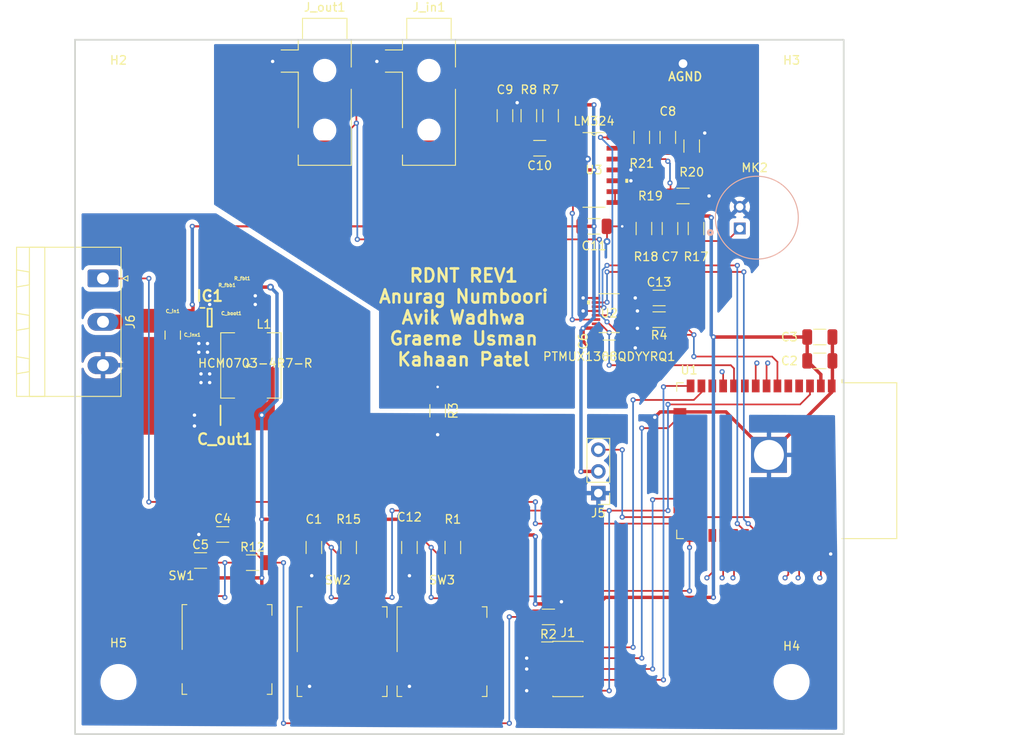
<source format=kicad_pcb>
(kicad_pcb (version 20211014) (generator pcbnew)
  (layers (0 "F.Cu" signal "Front") (31 "B.Cu" signal "Back") (34 "B.Paste" user) (35 "F.Paste" user) (36 "B.SilkS" user "B.Silkscreen") (37 "F.SilkS" user "F.Silkscreen") (38 "B.Mask" user) (39 "F.Mask" user) (44 "Edge.Cuts" user))
  (net 0 "")
  (net 1 "/reset")
  (net 2 "DGND")
  (net 3 "VCC")
  (net 4 "/mode")
  (net 5 "Net-(C5-Pad2)")
  (net 6 "AGND")
  (net 7 "5V")
  (net 8 "Net-(C7-Pad1)")
  (net 9 "Net-(C7-Pad2)")
  (net 10 "Net-(C8-Pad1)")
  (net 11 "/Mic_out")
  (net 12 "Net-(C10-Pad1)")
  (net 13 "Net-(C9-Pad2)")
  (net 14 "Net-(C10-Pad2)")
  (net 15 "/boot")
  (net 16 "Net-(C_boot1-Pad1)")
  (net 17 "Net-(C_boot1-Pad2)")
  (net 20 "Net-(IC1-Pad8)")
  (net 21 "Net-(J1-Pad2)")
  (net 22 "Net-(J1-Pad4)")
  (net 23 "Net-(J1-Pad6)")
  (net 25 "Net-(J1-Pad8)")
  (net 26 "/ADC_In")
  (net 27 "/Ble_DAC")
  (net 28 "/AUX_mono")
  (net 29 "/sel2")
  (net 30 "/sel1")
  (net 31 "/Mode_sel")
  (net 32 "/LED_out")
  (net 35 "/ADC_backup")
  (net 36 "/Mode_backup")
  (net 38 "/DAC_backup")
  (net 46 "/LED_backup")
  (net 47 "/sel2_backup")
  (net 48 "/sel1_backup")
  (net 51 "/Rx")
  (net 52 "/Tx")
  (net 53 "/Case_LED")
  (net 54 "/Case_backup")
  (net 56 "Net-(U3-Pad1)")
  (net 57 "Net-(U3-Pad8)")
  (net 58 "Net-(U2-Pad3)")
  (footprint "Resistor_SMD:R_1206_3216Metric" (layer "F.Cu") (at 136.906 27.686 -90)
    (fp_text reference "R7")
    (fp_text value "203K")
  )
  (footprint "Connector_Audio:Jack_3.5mm_CUI_SJ-3523-SMT_Horizontal" (layer "F.Cu") (at 110.49 24.892)
    (fp_text reference "J_out1")
    (fp_text value "AudioJack3")
  )
  (footprint "TPS563300_Power_Circuit:C_OUT_CAPC3225X270N" (layer "F.Cu") (at 98.298 62.7634 180)
    (fp_text reference "C_out1")
    (fp_text value "GRM32EC80J107ME20L" hide)
  )
  (footprint "TPS563300_Power_Circuit:R_FBT_RESC1508X50N" (layer "F.Cu") (at 100.838 48.514 90)
    (fp_text reference "R_fbt1")
    (fp_text value "CRCW060330K9FKEA")
  )
  (footprint "TPS563300_Power_Circuit:TPS563300DRLR" (layer "F.Cu") (at 97.028 51.3334)
    (fp_text reference "IC1")
    (fp_text value "TPS563300DRLR" hide)
  )
  (footprint "Resistor_SMD:R_1206_3216Metric" (layer "F.Cu") (at 153.924 40.894 -90)
    (fp_text reference "R17")
    (fp_text value "2200")
  )
  (footprint "Resistor_SMD:R_1206_3216Metric" (layer "F.Cu") (at 153.416 31.242 -90)
    (fp_text reference "R20")
    (fp_text value "1000")
  )
  (footprint "Resistor_SMD:R_1206_3216Metric" (layer "F.Cu") (at 152.4 37.084 180)
    (fp_text reference "R19")
    (fp_text value "100000")
  )
  (footprint "Resistor_SMD:R_1206_3216Metric" (layer "F.Cu") (at 136.652 86.36)
    (fp_text reference "R2")
    (fp_text value "10K")
  )
  (footprint "TPS563300_Power_Circuit:R_FBB_RESC1005X40N" (layer "F.Cu") (at 99.06 49.0474 -90)
    (fp_text reference "R_fbb1")
    (fp_text value "CRCW040210K0FKED")
  )
  (footprint "Resistor_SMD:R_1206_3216Metric" (layer "F.Cu") (at 113.284 78.232 -90)
    (fp_text reference "R15")
    (fp_text value "10K")
  )
  (footprint "Capacitor_SMD:C_1206_3216Metric" (layer "F.Cu") (at 95.963 79.756)
    (fp_text reference "C5")
    (fp_text value "0.1uF")
  )
  (footprint "Capacitor_SMD:C_1206_3216Metric" (layer "F.Cu") (at 150.622 30.226 90)
    (fp_text reference "C8")
    (fp_text value "0.033uF")
  )
  (footprint "TPS563300_Power_Circuit:L1_HCM0703-4R7-R" (layer "F.Cu") (at 101.854 56.9214 90)
    (fp_text reference "L1")
    (fp_text value "HCM0703-4R7-R")
  )
  (footprint "MountingHole:MountingHole_3.2mm_M3" (layer "F.Cu") (at 86.36 93.98)
    (fp_text reference "H5")
    (fp_text value "MountingHole")
  )
  (footprint "Connector_PinHeader_1.27mm:PinHeader_2x05_P1.27mm_Vertical_SMD" (layer "F.Cu") (at 138.938 92.456)
    (fp_text reference "J1")
    (fp_text value "Conn_ARM_JTAG_SWD_10")
  )
  (footprint "Button_Switch_SMD:SW_MEC_5GSH9" (layer "F.Cu") (at 99.06 90.17)
    (fp_text reference "SW1")
    (fp_text value "SW_MEC_5E")
  )
  (footprint "Resistor_SMD:R_1206_3216Metric" (layer "F.Cu") (at 123.698 62.23 -90)
    (fp_text reference "R3")
    (fp_text value "1")
  )
  (footprint "Lm324:LM324D" (layer "F.Cu") (at 141.986 34.036)
    (fp_text reference "U3")
    (fp_text value "LM324")
  )
  (footprint "Resistor_SMD:R_1206_3216Metric" (layer "F.Cu") (at 147.828 40.894 90)
    (fp_text reference "R18")
    (fp_text value "400000")
  )
  (footprint "Capacitor_SMD:C_1206_3216Metric" (layer "F.Cu") (at 98.552 76.708)
    (fp_text reference "C4")
    (fp_text value "0.1uF")
  )
  (footprint "Connector_Phoenix_MSTB:PhoenixContact_MSTBA_2,5_3-G-5,08_1x03_P5.08mm_Horizontal" (layer "F.Cu") (at 84.5495 46.736 -90)
    (fp_text reference "J6")
    (fp_text value "Screw_Terminal_01x03")
  )
  (footprint "Capacitor_SMD:C_1206_3216Metric" (layer "F.Cu") (at 135.636 31.496 180)
    (fp_text reference "C10")
    (fp_text value "10uF")
  )
  (footprint "TPS563300_Power_Circuit:C_IN_CAPC3216X180N" (layer "F.Cu") (at 92.71 53.3654 -90)
    (fp_text reference "C_in1")
    (fp_text value "GRM31CR71E106KA12L")
  )
  (footprint "TPS563300_Power_Circuit:C_Boot_CAPC1005X55N" (layer "F.Cu") (at 94.996 52.0954 -90)
    (fp_text reference "C_inx1")
    (fp_text value "GRM155R71A104KA01D")
  )
  (footprint "MountingHole:MountingHole_3.2mm_M3" (layer "F.Cu") (at 165.1 93.98)
    (fp_text reference "H4")
    (fp_text value "MountingHole")
  )
  (footprint "Button_Switch_SMD:SW_MEC_5GSH9" (layer "F.Cu") (at 112.522 90.424)
    (fp_text reference "SW2")
    (fp_text value "SW_MEC_5E")
  )
  (footprint "Resistor_SMD:R_1206_3216Metric" (layer "F.Cu") (at 149.606 51.562 180)
    (fp_text reference "R4")
    (fp_text value "500")
  )
  (footprint "Capacitor_SMD:C_1206_3216Metric" (layer "F.Cu") (at 120.396 78.232 -90)
    (fp_text reference "C12")
    (fp_text value "0.1uF")
  )
  (footprint "Capacitor_SMD:C_1206_3216Metric" (layer "F.Cu") (at 131.572 27.686 90)
    (fp_text reference "C9")
    (fp_text value "10uF")
  )
  (footprint "Resistor_SMD:R_1206_3216Metric" (layer "F.Cu") (at 134.366 27.686 90)
    (fp_text reference "R8")
    (fp_text value "100K")
  )
  (footprint "Capacitor_SMD:C_1206_3216Metric" (layer "F.Cu") (at 150.876 40.894 90)
    (fp_text reference "C7")
    (fp_text value "1uF")
  )
  (footprint "TPS563300_Power_Circuit:C_Boot_CAPC1005X55N" (layer "F.Cu") (at 99.568 51.8414)
    (fp_text reference "C_boot1")
    (fp_text value "GRM155R71A104KA01D")
  )
  (footprint "Connector_PinHeader_2.54mm:PinHeader_1x03_P2.54mm_Vertical" (layer "F.Cu") (at 142.494 71.867 180)
    (fp_text reference "J5")
    (fp_text value "Screw_Terminal_01x03")
  )
  (footprint "Capacitor_SMD:C_1206_3216Metric" (layer "F.Cu") (at 141.986 40.64)
    (fp_text reference "C11")
    (fp_text value "0.1uF")
  )
  (footprint "Capacitor_SMD:C_1206_3216Metric" (layer "F.Cu") (at 149.606 49.022)
    (fp_text reference "C13")
    (fp_text value ".01uF")
  )
  (footprint "Resistor_SMD:R_1206_3216Metric" (layer "F.Cu") (at 125.476 78.232 -90)
    (fp_text reference "R1")
    (fp_text value "10K")
  )
  (footprint "Capacitor_SMD:C_1206_3216Metric" (layer "F.Cu") (at 168.402 53.594 180)
    (fp_text reference "C3")
    (fp_text value "10uF")
  )
  (footprint "Resistor_SMD:R_1206_3216Metric" (layer "F.Cu") (at 147.574 30.226 -90)
    (fp_text reference "R21")
    (fp_text value "1500")
  )
  (footprint "Resistor_SMD:R_1206_3216Metric" (layer "F.Cu") (at 102.0465 80.01)
    (fp_text reference "R12")
    (fp_text value "100")
  )
  (footprint "Capacitor_SMD:C_1206_3216Metric" (layer "F.Cu") (at 109.22 78.232 -90)
    (fp_text reference "C1")
    (fp_text value "0.1uF")
  )
  (footprint "Capacitor_SMD:C_1206_3216Metric" (layer "F.Cu") (at 143.764 54.864 180)
    (fp_text reference "C6")
    (fp_text value ".1uF")
  )
  (footprint "Button_Switch_SMD:SW_MEC_5GSH9" (layer "F.Cu") (at 124.206 90.424)
    (fp_text reference "SW3")
    (fp_text value "SW_MEC_5E")
  )
  (footprint "Connector_Audio:Jack_3.5mm_CUI_SJ-3523-SMT_Horizontal" (layer "F.Cu") (at 122.682 24.892)
    (fp_text reference "J_in1")
    (fp_text value "AudioJack3")
  )
  (footprint "MountingHole:MountingHole_3.2mm_M3" (layer "F.Cu") (at 86.36 25.4)
    (fp_text reference "H2")
    (fp_text value "MountingHole")
  )
  (footprint "RF_Module:ESP32-WROOM-32" (layer "F.Cu") (at 161.544 68.072 -90)
    (fp_text reference "U1")
    (fp_text value "ESP32-WROOM-32D")
  )
  (footprint "TMUX1309QDYYRQ1:PTMUX1308QDYYRQ1" (layer "F.Cu") (at 143.764 50.8 180)
    (fp_text reference "U2")
    (fp_text value "PTMUX1308QDYYRQ1")
  )
  (footprint "Capacitor_SMD:C_1206_3216Metric" (layer "F.Cu") (at 168.402 56.388 180)
    (fp_text reference "C2")
    (fp_text value "0.1uF")
  )
  (footprint "MountingHole:MountingHole_3.2mm_M3" (layer "F.Cu") (at 165.1 25.4)
    (fp_text reference "H3")
    (fp_text value "MountingHole")
  )
  (footprint "electret_mic:MIC_CMA-4544PF-W" (layer "B.Cu") (at 161.036 39.624 180)
    (fp_text reference "MK2")
    (fp_text value "CMA-4544PF-W")
  )
  (gr_rect (start 81.28 18.796) (end 171.196 100.076) (layer "Edge.Cuts") (width 0.2) (fill none))
  (gr_text "AGND" (at 152.654 23.114) (layer "F.SilkS") (effects (font (size 1.016 1.016) (thickness 0.1778))))
  (gr_text "RDNT REV1\nAnurag Numboori\nAvik Wadhwa\nGraeme Usman\nKahaan Patel" (at 126.746 51.308) (layer "F.SilkS") (effects (font (size 1.524 1.524) (thickness 0.3048))))
  (segment (start 116.332 84.174) (end 118.264 84.174) (width 0.2) (layer "F.Cu") (net 1))
  (segment (start 166.0975 61.4865) (end 167.254 60.33) (width 0.2) (layer "F.Cu") (net 1))
  (segment (start 111.252 78.232) (end 112.7145 79.6945) (width 0.2) (layer "F.Cu") (net 1))
  (segment (start 150.6405 61.4865) (end 166.0975 61.4865) (width 0.2) (layer "F.Cu") (net 1))
  (segment (start 109.777 76.757) (end 109.22 76.757) (width 0.2) (layer "F.Cu") (net 1))
  (segment (start 112.7145 79.6945) (end 113.284 79.6945) (width 0.2) (layer "F.Cu") (net 1))
  (segment (start 167.254 60.33) (end 167.254 59.322) (width 0.2) (layer "F.Cu") (net 1))
  (segment (start 118.364 73.914) (end 143.764 73.914) (width 0.2) (layer "F.Cu") (net 1))
  (segment (start 116.332 84.174) (end 111.352 84.174) (width 0.2) (layer "F.Cu") (net 1))
  (segment (start 116.332 96.674) (end 116.332 84.174) (width 0.2) (layer "F.Cu") (net 1))
  (segment (start 143.764 73.914) (end 150.6405 73.914) (width 0.2) (layer "F.Cu") (net 1))
  (segment (start 118.264 84.174) (end 118.364 84.074) (width 0.2) (layer "F.Cu") (net 1))
  (segment (start 111.352 84.174) (end 111.252 84.074) (width 0.2) (layer "F.Cu") (net 1))
  (segment (start 140.888 94.996) (end 143.764 94.996) (width 0.2) (layer "F.Cu") (net 1))
  (segment (start 111.252 78.232) (end 109.777 76.757) (width 0.2) (layer "F.Cu") (net 1))
  (via (at 143.764 73.914) (size 0.6) (drill 0.3) (layers "F.Cu" "B.Cu") (net 1))
  (via (at 118.364 84.074) (size 0.6) (drill 0.3) (layers "F.Cu" "B.Cu") (net 1))
  (via (at 118.364 73.914) (size 0.6) (drill 0.3) (layers "F.Cu" "B.Cu") (net 1))
  (via (at 143.764 94.996) (size 0.6) (drill 0.3) (layers "F.Cu" "B.Cu") (net 1))
  (via (at 111.252 84.074) (size 0.6) (drill 0.3) (layers "F.Cu" "B.Cu") (net 1))
  (via (at 150.6405 61.4865) (size 0.6) (drill 0.3) (layers "F.Cu" "B.Cu") (net 1))
  (via (at 111.252 78.232) (size 0.6) (drill 0.3) (layers "F.Cu" "B.Cu") (net 1))
  (via (at 150.6405 73.914) (size 0.6) (drill 0.3) (layers "F.Cu" "B.Cu") (net 1))
  (segment (start 118.364 84.074) (end 118.364 73.914) (width 0.2) (layer "B.Cu") (net 1))
  (segment (start 150.6405 73.914) (end 150.6405 61.4865) (width 0.2) (layer "B.Cu") (net 1))
  (segment (start 143.764 94.996) (end 143.764 73.914) (width 0.2) (layer "B.Cu") (net 1))
  (segment (start 111.252 84.074) (end 111.252 78.232) (width 0.2) (layer "B.Cu") (net 1))
  (segment (start 149.098 62.992) (end 149.728 62.362) (width 0.4) (layer "F.Cu") (net 2))
  (segment (start 96.05465 52.0834) (end 96.05465 52.11265) (width 0.25) (layer "F.Cu") (net 2))
  (segment (start 120.396 81.534) (end 120.396 84.174) (width 0.4) (layer "F.Cu") (net 2))
  (segment (start 152.034 62.362) (end 157.424 62.362) (width 0.4) (layer "F.Cu") (net 2))
  (segment (start 169.794 60.052) (end 162.454 67.392) (width 0.4) (layer "F.Cu") (net 2))
  (segment (start 169.877 56.388) (end 169.877 53.594) (width 0.4) (layer "F.Cu") (net 2))
  (segment (start 169.877 56.388) (end 169.877 59.239) (width 0.4) (layer "F.Cu") (net 2))
  (segment (start 95.758 76.708) (end 97.077 76.708) (width 0.4) (layer "F.Cu") (net 2))
  (segment (start 108.966 81.534) (end 108.966 83.92) (width 0.4) (layer "F.Cu") (net 2))
  (segment (start 134.112 94.996) (end 136.988 94.996) (width 0.4) (layer "F.Cu") (net 2))
  (segment (start 123.698 65.024) (end 123.698 63.6925) (width 0.4) (layer "F.Cu") (net 2))
  (segment (start 149.728 62.362) (end 152.034 62.362) (width 0.4) (layer "F.Cu") (net 2))
  (segment (start 169.877 59.239) (end 169.794 59.322) (width 0.4) (layer "F.Cu") (net 2))
  (segment (start 169.672 78.994) (end 169.794 78.872) (width 0.4) (layer "F.Cu") (net 2))
  (segment (start 169.794 78.872) (end 169.794 76.822) (width 0.4) (layer "F.Cu") (net 2))
  (segment (start 120.396 94.488) (end 120.396 96.674) (width 0.4) (layer "F.Cu") (net 2))
  (segment (start 108.966 83.92) (end 108.712 84.174) (width 0.4) (layer "F.Cu") (net 2))
  (segment (start 120.396 81.534) (end 120.396 79.707) (width 0.4) (layer "F.Cu") (net 2))
  (segment (start 138.176 84.582) (end 138.176 86.2985) (width 0.4) (layer "F.Cu") (net 2))
  (segment (start 108.966 81.534) (end 108.966 79.961) (width 0.4) (layer "F.Cu") (net 2))
  (segment (start 169.794 59.322) (end 169.794 60.052) (width 0.4) (layer "F.Cu") (net 2))
  (segment (start 108.966 79.961) (end 109.22 79.707) (width 0.4) (layer "F.Cu") (net 2))
  (segment (start 134.112 91.186) (end 136.988 91.186) (width 0.4) (layer "F.Cu") (net 2))
  (segment (start 157.424 62.362) (end 162.454 67.392) (width 0.4) (layer "F.Cu") (net 2))
  (segment (start 96.05465 52.11265) (end 96.266 52.324) (width 0.4) (layer "F.Cu") (net 2))
  (segment (start 108.712 94.488) (end 108.712 96.674) (width 0.4) (layer "F.Cu") (net 2))
  (segment (start 134.112 92.456) (end 136.988 92.456) (width 0.4) (layer "F.Cu") (net 2))
  (segment (start 138.176 86.2985) (end 138.1145 86.36) (width 0.4) (layer "F.Cu") (net 2))
  (via (at 108.966 81.534) (size 0.8) (drill 0.4) (layers "F.Cu" "B.Cu") (net 2))
  (via (at 95.758 76.708) (size 0.8) (drill 0.4) (layers "F.Cu" "B.Cu") (net 2))
  (via (at 102.362 48.768) (size 0.8) (drill 0.4) (layers "F.Cu" "B.Cu") (net 2))
  (via (at 95.758 54.356) (size 0.8) (drill 0.4) (layers "F.Cu" "B.Cu") (net 2))
  (via (at 138.176 84.582) (size 0.8) (drill 0.4) (layers "F.Cu" "B.Cu") (net 2))
  (via (at 120.396 94.488) (size 0.8) (drill 0.4) (layers "F.Cu" "B.Cu") (net 2))
  (via (at 96.012 58.928) (size 0.8) (drill 0.4) (layers "F.Cu" "B.Cu") (net 2))
  (via (at 96.774 54.356) (size 0.8) (drill 0.4) (layers "F.Cu" "B.Cu") (net 2))
  (via (at 95.25 64.008) (size 0.8) (drill 0.4) (layers "F.Cu" "B.Cu") (net 2))
  (via (at 134.112 94.996) (size 0.8) (drill 0.4) (layers "F.Cu" "B.Cu") (net 2))
  (via (at 97.028 49.784) (size 0.8) (drill 0.4) (layers "F.Cu" "B.Cu") (net 2))
  (via (at 120.396 81.534) (size 0.8) (drill 0.4) (layers "F.Cu" "B.Cu") (net 2))
  (via (at 169.672 78.994) (size 0.8) (drill 0.4) (layers "F.Cu" "B.Cu") (net 2))
  (via (at 134.112 91.186) (size 0.8) (drill 0.4) (layers "F.Cu" "B.Cu") (net 2))
  (via (at 134.112 92.456) (size 0.8) (drill 0.4) (layers "F.Cu" "B.Cu") (net 2))
  (via (at 97.028 48.768) (size 0.8) (drill 0.4) (layers "F.Cu" "B.Cu") (net 2))
  (via (at 97.028 58.928) (size 0.8) (drill 0.4) (layers "F.Cu" "B.Cu") (net 2))
  (via (at 95.25 62.738) (size 0.8) (drill 0.4) (layers "F.Cu" "B.Cu") (net 2))
  (via (at 108.712 94.488) (size 0.8) (drill 0.4) (layers "F.Cu" "B.Cu") (net 2))
  (via (at 96.774 55.372) (size 0.8) (drill 0.4) (layers "F.Cu" "B.Cu") (net 2))
  (via (at 123.698 65.024) (size 0.8) (drill 0.4) (layers "F.Cu" "B.Cu") (net 2))
  (via (at 97.028 57.912) (size 0.8) (drill 0.4) (layers "F.Cu" "B.Cu") (net 2))
  (via (at 102.362 49.784) (size 0.8) (drill 0.4) (layers "F.Cu" "B.Cu") (net 2))
  (via (at 149.098 62.992) (size 0.8) (drill 0.4) (layers "F.Cu" "B.Cu") (net 2))
  (via (at 96.012 57.912) (size 0.8) (drill 0.4) (layers "F.Cu" "B.Cu") (net 2))
  (via (at 95.758 55.372) (size 0.8) (drill 0.4) (layers "F.Cu" "B.Cu") (net 2))
  (segment (start 168.524 59.322) (end 168.524 57.985) (width 0.4) (layer "F.Cu") (net 3))
  (segment (start 143.3175 84.074) (end 140.7775 86.614) (width 0.4) (layer "F.Cu") (net 3))
  (segment (start 100.841 47.752) (end 100.838 47.749) (width 0.4) (layer "F.Cu") (net 3))
  (segment (start 136.652 85.598) (end 136.652 87.8225) (width 0.4) (layer "F.Cu") (net 3))
  (segment (start 103.124 62.738) (end 99.6534 62.738) (width 0.4) (layer "F.Cu") (net 3))
  (segment (start 166.927 56.388) (end 166.927 53.594) (width 0.4) (layer "F.Cu") (net 3))
  (segment (start 136.988 88.1585) (end 139.233 88.1585) (width 0.4) (layer "F.Cu") (net 3))
  (segment (start 96.52 81.788) (end 94.488 79.756) (width 0.4) (layer "F.Cu") (net 3))
  (segment (start 153.924 39.4315) (end 152.4615 40.894) (width 0.4) (layer "F.Cu") (net 3))
  (segment (start 112.268 74.93) (end 123.6365 74.93) (width 0.4) (layer "F.Cu") (net 3))
  (segment (start 103.124 74.93) (end 112.268 74.93) (width 0.4) (layer "F.Cu") (net 3))
  (segment (start 168.524 57.985) (end 166.927 56.388) (width 0.4) (layer "F.Cu") (net 3))
  (segment (start 112.268 74.93) (end 113.284 75.946) (width 0.4) (layer "F.Cu") (net 3))
  (segment (start 134.9355 76.7695) (end 135.128 76.962) (width 0.4) (layer "F.Cu") (net 3))
  (segment (start 123.6365 74.93) (end 125.476 76.7695) (width 0.4) (layer "F.Cu") (net 3))
  (segment (start 104.14 47.752) (end 100.841 47.752) (width 0.4) (layer "F.Cu") (net 3))
  (segment (start 152.4615 40.894) (end 149.2905 40.894) (width 0.4) (layer "F.Cu") (net 3))
  (segment (start 103.124 60.7568) (end 101.854 59.4868) (width 0.4) (layer "F.Cu") (net 3))
  (segment (start 155.956 53.594) (end 166.927 53.594) (width 0.4) (layer "F.Cu") (net 3))
  (segment (start 103.124 81.788) (end 103.124 83.666) (width 0.4) (layer "F.Cu") (net 3))
  (segment (start 155.956 84.074) (end 143.3175 84.074) (width 0.4) (layer "F.Cu") (net 3))
  (segment (start 102.87 83.92) (end 102.87 96.42) (width 0.4) (layer "F.Cu") (net 3))
  (segment (start 135.128 84.836) (end 135.89 84.836) (width 0.4) (layer "F.Cu") (net 3))
  (segment (start 103.124 81.788) (end 96.52 81.788) (width 0.4) (layer "F.Cu") (net 3))
  (segment (start 103.124 62.738) (end 103.124 60.7568) (width 0.4) (layer "F.Cu") (net 3))
  (segment (start 149.2905 40.894) (end 147.828 42.3565) (width 0.4) (layer "F.Cu") (net 3))
  (segment (start 99.6534 62.738) (end 99.628 62.7634) (width 0.4) (layer "F.Cu") (net 3))
  (segment (start 155.5095 39.4315) (end 155.702 39.624) (width 0.4) (layer "F.Cu") (net 3))
  (segment (start 113.284 75.946) (end 113.284 76.7695) (width 0.4) (layer "F.Cu") (net 3))
  (segment (start 125.476 76.7695) (end 134.9355 76.7695) (width 0.4) (layer "F.Cu") (net 3))
  (segment (start 103.124 83.666) (end 102.87 83.92) (width 0.4) (layer "F.Cu") (net 3))
  (segment (start 136.988 88.1585) (end 136.988 89.916) (width 0.4) (layer "F.Cu") (net 3))
  (segment (start 136.652 87.8225) (end 136.988 88.1585) (width 0.4) (layer "F.Cu") (net 3))
  (segment (start 139.233 88.1585) (end 140.7775 86.614) (width 0.4) (layer "F.Cu") (net 3))
  (segment (start 135.89 84.836) (end 136.652 85.598) (width 0.4) (layer "F.Cu") (net 3))
  (segment (start 153.924 39.4315) (end 155.5095 39.4315) (width 0.4) (layer "F.Cu") (net 3))
  (via (at 103.124 74.93) (size 0.6) (drill 0.3) (layers "F.Cu" "B.Cu") (net 3))
  (via (at 103.124 62.738) (size 0.8) (drill 0.4) (layers "F.Cu" "B.Cu") (net 3))
  (via (at 104.14 47.752) (size 0.8) (drill 0.4) (layers "F.Cu" "B.Cu") (net 3))
  (via (at 135.128 76.962) (size 0.6) (drill 0.3) (layers "F.Cu" "B.Cu") (net 3))
  (via (at 135.128 84.836) (size 0.6) (drill 0.3) (layers "F.Cu" "B.Cu") (net 3))
  (via (at 155.956 53.594) (size 0.6) (drill 0.3) (layers "F.Cu" "B.Cu") (net 3))
  (via (at 155.702 39.624) (size 0.6) (drill 0.3) (layers "F.Cu" "B.Cu") (net 3))
  (via (at 103.124 81.788) (size 0.6) (drill 0.3) (layers "F.Cu" "B.Cu") (net 3))
  (via (at 155.956 84.074) (size 0.6) (drill 0.3) (layers "F.Cu" "B.Cu") (net 3))
  (segment (start 103.124 74.93) (end 103.124 81.788) (width 0.4) (layer "B.Cu") (net 3))
  (segment (start 155.956 53.594) (end 155.956 84.074) (width 0.4) (layer "B.Cu") (net 3))
  (segment (start 104.902 48.514) (end 104.14 47.752) (width 0.4) (layer "B.Cu") (net 3))
  (segment (start 104.902 60.96) (end 104.902 48.514) (width 0.4) (layer "B.Cu") (net 3))
  (segment (start 155.702 53.34) (end 155.956 53.594) (width 0.4) (layer "B.Cu") (net 3))
  (segment (start 103.124 62.738) (end 103.124 74.93) (width 0.4) (layer "B.Cu") (net 3))
  (segment (start 135.128 76.962) (end 135.128 84.836) (width 0.4) (layer "B.Cu") (net 3))
  (segment (start 103.124 62.738) (end 104.902 60.96) (width 0.4) (layer "B.Cu") (net 3))
  (segment (start 155.702 39.624) (end 155.702 53.34) (width 0.4) (layer "B.Cu") (net 3))
  (segment (start 100.207 76.708) (end 103.509 80.01) (width 0.2) (layer "F.Cu") (net 4))
  (segment (start 103.509 80.01) (end 105.664 80.01) (width 0.2) (layer "F.Cu") (net 4))
  (segment (start 132.08 86.36) (end 135.1895 86.36) (width 0.2) (layer "F.Cu") (net 4))
  (segment (start 100.027 76.708) (end 100.207 76.708) (width 0.2) (layer "F.Cu") (net 4))
  (segment (start 105.664 98.806) (end 132.08 98.806) (width 0.2) (layer "F.Cu") (net 4))
  (via (at 105.664 80.01) (size 0.6) (drill 0.3) (layers "F.Cu" "B.Cu") (net 4))
  (via (at 105.664 98.806) (size 0.6) (drill 0.3) (layers "F.Cu" "B.Cu") (net 4))
  (via (at 132.08 86.36) (size 0.6) (drill 0.3) (layers "F.Cu" "B.Cu") (net 4))
  (via (at 132.08 98.806) (size 0.6) (drill 0.3) (layers "F.Cu" "B.Cu") (net 4))
  (segment (start 132.08 98.806) (end 132.08 86.36) (width 0.2) (layer "B.Cu") (net 4))
  (segment (start 105.664 80.01) (end 105.664 98.806) (width 0.2) (layer "B.Cu") (net 4))
  (segment (start 98.652 83.92) (end 98.806 84.074) (width 0.2) (layer "F.Cu") (net 5))
  (segment (start 98.806 80.01) (end 97.692 80.01) (width 0.2) (layer "F.Cu") (net 5))
  (segment (start 98.806 80.01) (end 100.584 80.01) (width 0.2) (layer "F.Cu") (net 5))
  (segment (start 97.692 80.01) (end 97.438 79.756) (width 0.2) (layer "F.Cu") (net 5))
  (segment (start 95.25 83.92) (end 98.652 83.92) (width 0.2) (layer "F.Cu") (net 5))
  (segment (start 95.25 96.42) (end 95.25 83.92) (width 0.2) (layer "F.Cu") (net 5))
  (via (at 98.806 80.01) (size 0.6) (drill 0.3) (layers "F.Cu" "B.Cu") (net 5))
  (via (at 98.806 84.074) (size 0.6) (drill 0.3) (layers "F.Cu" "B.Cu") (net 5))
  (segment (start 98.806 84.074) (end 98.806 80.01) (width 0.2) (layer "B.Cu") (net 5))
  (segment (start 147.066 50.546) (end 146.558 51.054) (width 0.2) (layer "F.Cu") (net 6))
  (segment (start 116.586 21.336) (end 118.938 21.336) (width 0.4) (layer "F.Cu") (net 6))
  (segment (start 141.224 32.766) (end 139.5222 32.766) (width 0.2) (layer "F.Cu") (net 6))
  (segment (start 145.334609 52.578) (end 145.30705 52.550441) (width 0.2) (layer "F.Cu") (net 6))
  (segment (start 146.538315 52.050315) (end 145.30705 52.050315) (width 0.2) (layer "F.Cu") (net 6))
  (segment (start 155.448 37.084) (end 153.8625 37.084) (width 0.2) (layer "F.Cu") (net 6))
  (segment (start 140.716 49.022) (end 142.193391 49.022) (width 0.2) (layer "F.Cu") (net 6))
  (segment (start 146.304 34.036) (end 144.4498 34.036) (width 0.2) (layer "F.Cu") (net 6))
  (segment (start 154.8785 29.7795) (end 153.416 29.7795) (width 0.2) (layer "F.Cu") (net 6))
  (segment (start 154.94 29.718) (end 154.8785 29.7795) (width 0.2) (layer "F.Cu") (net 6))
  (segment (start 106.746 21.336) (end 106.79 21.292) (width 0.4) (layer "F.Cu") (net 6))
  (segment (start 146.569811 50.049811) (end 145.30705 50.049811) (width 0.2) (layer "F.Cu") (net 6))
  (segment (start 142.193391 49.022) (end 142.22095 49.049559) (width 0.2) (layer "F.Cu") (net 6))
  (segment (start 147.066 52.578) (end 145.334609 52.578) (width 0.2) (layer "F.Cu") (net 6))
  (segment (start 143.51 40.689) (end 143.461 40.64) (width 0.2) (layer "F.Cu") (net 6))
  (segment (start 147.066 50.546) (end 146.569811 50.049811) (width 0.2) (layer "F.Cu") (net 6))
  (segment (start 104.394 21.336) (end 106.746 21.336) (width 0.4) (layer "F.Cu") (net 6))
  (segment (start 146.558 51.054) (end 146.554063 51.050063) (width 0.2) (layer "F.Cu") (net 6))
  (segment (start 133.06 26.2235) (end 134.366 26.2235) (width 0.2) (layer "F.Cu") (net 6))
  (segment (start 146.304 35.306) (end 144.4498 35.306) (width 0.2) (layer "F.Cu") (net 6))
  (segment (start 147.066 52.578) (end 146.538315 52.050315) (width 0.2) (layer "F.Cu") (net 6))
  (segment (start 146.812 49.022) (end 145.334609 49.022) (width 0.2) (layer "F.Cu") (net 6))
  (segment (start 142.217013 50.546) (end 142.22095 50.549937) (width 0.2) (layer "F.Cu") (net 6))
  (segment (start 123.698 59.436) (end 123.698 60.7675) (width 0.4) (layer "F.Cu") (net 6))
  (segment (start 147.066 50.546) (end 145.310987 50.546) (width 0.2) (layer "F.Cu") (net 6))
  (segment (start 146.554063 51.050063) (end 145.30705 51.050063) (width 0.2) (layer "F.Cu") (net 6))
  (segment (start 145.334609 49.022) (end 145.30705 49.049559) (width 0.2) (layer "F.Cu") (net 6))
  (segment (start 118.938 21.336) (end 118.982 21.292) (width 0.4) (layer "F.Cu") (net 6))
  (segment (start 148.131 49.022) (end 146.812 49.022) (width 0.2) (layer "F.Cu") (net 6))
  (segment (start 145.310987 50.546) (end 145.30705 50.549937) (width 0.2) (layer "F.Cu") (net 6))
  (segment (start 146.812 54.864) (end 145.239 54.864) (width 0.4) (layer "F.Cu") (net 6))
  (segment (start 143.461 40.64) (end 145.288 40.64) (width 0.2) (layer "F.Cu") (net 6))
  (segment (start 143.51 42.418) (end 143.51 40.689) (width 0.2) (layer "F.Cu") (net 6))
  (segment (start 132.9985 26.162) (end 133.06 26.2235) (width 0.2) (layer "F.Cu") (net 6))
  (segment (start 140.716 50.546) (end 142.217013 50.546) (width 0.2) (layer "F.Cu") (net 6))
  (via (at 132.9985 26.162) (size 0.8) (drill 0.4) (layers "F.Cu" "B.Cu") (net 6))
  (via (at 146.812 49.022) (size 0.8) (drill 0.4) (layers "F.Cu" "B.Cu") (net 6))
  (via (at 140.716 49.022) (size 0.8) (drill 0.4) (layers "F.Cu" "B.Cu") (net 6))
  (via (at 154.94 29.718) (size 0.8) (drill 0.4) (layers "F.Cu" "B.Cu") (net 6))
  (via (at 155.448 37.084) (size 0.8) (drill 0.4) (layers "F.Cu" "B.Cu") (net 6))
  (via (at 123.698 59.436) (size 0.6) (drill 0.3) (layers "F.Cu" "B.Cu") (net 6))
  (via (at 143.51 42.418) (size 0.8) (drill 0.4) (layers "F.Cu" "B.Cu") (net 6))
  (via (at 140.716 50.546) (size 0.8) (drill 0.4) (layers "F.Cu" "B.Cu") (net 6))
  (via (at 147.066 52.578) (size 0.8) (drill 0.4) (layers "F.Cu" "B.Cu") (net 6))
  (via (at 152.4 21.59) (size 1.524) (drill 1.016) (layers "F.Cu" "B.Cu") (net 6))
  (via (at 145.288 40.64) (size 0.6) (drill 0.3) (layers "F.Cu" "B.Cu") (net 6))
  (via (at 141.224 32.766) (size 0.8) (drill 0.4) (layers "F.Cu" "B.Cu") (net 6))
  (via (at 147.066 50.546) (size 0.8) (drill 0.4) (layers "F.Cu" "B.Cu") (net 6))
  (via (at 146.304 35.306) (size 0.8) (drill 0.4) (layers "F.Cu" "B.Cu") (net 6))
  (via (at 104.394 21.336) (size 0.8) (drill 0.4) (layers "F.Cu" "B.Cu") (net 6))
  (via (at 146.812 54.864) (size 0.8) (drill 0.4) (layers "F.Cu" "B.Cu") (net 6))
  (via (at 146.304 34.036) (size 0.8) (drill 0.4) (layers "F.Cu" "B.Cu") (net 6))
  (via (at 116.586 21.336) (size 0.8) (drill 0.4) (layers "F.Cu" "B.Cu") (net 6))
  (segment (start 94.996 51.6634) (end 92.982 51.6634) (width 0.25) (layer "F.Cu") (net 7))
  (segment (start 84.5495 51.816) (end 92.5906 51.816) (width 1.6764) (layer "F.Cu") (net 7))
  (segment (start 92.982 51.6634) (end 92.71 51.9354) (width 0.25) (layer "F.Cu") (net 7))
  (segment (start 95.076 51.5834) (end 95.076 49.864) (width 0.4) (layer "F.Cu") (net 7))
  (segment (start 137.0985 26.416) (end 136.906 26.2235) (width 0.4) (layer "F.Cu") (net 7))
  (segment (start 142.289 54.864) (end 141.478 54.864) (width 0.4) (layer "F.Cu") (net 7))
  (segment (start 94.996 40.64) (end 140.511 40.64) (width 0.25) (layer "F.Cu") (net 7))
  (segment (start 95.0752 51.5842) (end 94.996 51.6634) (width 0.25) (layer "F.Cu") (net 7))
  (segment (start 140.716 54.102) (end 140.716 52.578) (width 0.4) (layer "F.Cu") (net 7))
  (segment (start 95.076 49.864) (end 94.996 49.784) (width 0.4) (layer "F.Cu") (net 7))
  (segment (start 142.494 69.327) (end 140.477 69.327) (width 0.4) (layer "F.Cu") (net 7))
  (segment (start 96.05465 51.5842) (end 95.0752 51.5842) (width 0.25) (layer "F.Cu") (net 7))
  (segment (start 96.05465 51.0802) (end 95.5792 51.0802) (width 0.2) (layer "F.Cu") (net 7))
  (segment (start 142.22095 52.550441) (end 140.743559 52.550441) (width 0.4) (layer "F.Cu") (net 7))
  (segment (start 92.5906 51.816) (end 92.71 51.9354) (width 1.6764) (layer "F.Cu") (net 7))
  (segment (start 140.743559 52.550441) (end 140.716 52.578) (width 0.4) (layer "F.Cu") (net 7))
  (segment (start 140.477 69.327) (end 140.462 69.342) (width 0.4) (layer "F.Cu") (net 7))
  (segment (start 140.511 40.64) (end 141.986 40.64) (width 0.4) (layer "F.Cu") (net 7))
  (segment (start 95.5792 51.0802) (end 95.076 51.5834) (width 0.2) (layer "F.Cu") (net 7))
  (segment (start 141.986 26.416) (end 137.0985 26.416) (width 0.4) (layer "F.Cu") (net 7))
  (segment (start 83.581 51.816) (end 84.5495 51.816) (width 1.6764) (layer "F.Cu") (net 7))
  (segment (start 95.076 51.5834) (end 94.996 51.6634) (width 0.25) (layer "F.Cu") (net 7))
  (segment (start 141.986 34.036) (end 139.5222 34.036) (width 0.4) (layer "F.Cu") (net 7))
  (segment (start 141.478 54.864) (end 140.716 54.102) (width 0.4) (layer "F.Cu") (net 7))
  (via (at 94.996 49.784) (size 0.6) (drill 0.3) (layers "F.Cu" "B.Cu") (net 7))
  (via (at 141.986 40.64) (size 0.6) (drill 0.3) (layers "F.Cu" "B.Cu") (net 7))
  (via (at 141.986 34.036) (size 0.6) (drill 0.3) (layers "F.Cu" "B.Cu") (net 7))
  (via (at 141.986 26.416) (size 0.6) (drill 0.3) (layers "F.Cu" "B.Cu") (net 7))
  (via (at 140.462 69.342) (size 0.6) (drill 0.3) (layers "F.Cu" "B.Cu") (net 7))
  (via (at 94.996 40.64) (size 0.6) (drill 0.3) (layers "F.Cu" "B.Cu") (net 7))
  (via (at 140.716 52.578) (size 0.6) (drill 0.3) (layers "F.Cu" "B.Cu") (net 7))
  (segment (start 141.986 40.64) (end 141.986 34.036) (width 0.4) (layer "B.Cu") (net 7))
  (segment (start 141.951 34.001) (end 141.951 26.451) (width 0.4) (layer "B.Cu") (net 7))
  (segment (start 141.951 26.451) (end 141.986 26.416) (width 0.4) (layer "B.Cu") (net 7))
  (segment (start 140.716 52.578) (end 141.986 51.308) (width 0.4) (layer "B.Cu") (net 7))
  (segment (start 140.462 52.832) (end 140.716 52.578) (width 0.4) (layer "B.Cu") (net 7))
  (segment (start 140.462 69.342) (end 140.462 52.832) (width 0.4) (layer "B.Cu") (net 7))
  (segment (start 94.996 49.784) (end 94.996 40.64) (width 0.4) (layer "B.Cu") (net 7))
  (segment (start 141.986 34.036) (end 141.951 34.001) (width 0.4) (layer "B.Cu") (net 7))
  (segment (start 141.986 51.308) (end 141.986 40.64) (width 0.4) (layer "B.Cu") (net 7))
  (segment (start 159.004 40.894) (end 159.036 40.894) (width 0.2) (layer "F.Cu") (net 8))
  (segment (start 150.876 42.369) (end 153.9115 42.369) (width 0.2) (layer "F.Cu") (net 8))
  (segment (start 153.924 42.3565) (end 157.5415 42.3565) (width 0.2) (layer "F.Cu") (net 8))
  (segment (start 157.5415 42.3565) (end 159.004 40.894) (width 0.2) (layer "F.Cu") (net 8))
  (segment (start 153.9115 42.369) (end 153.924 42.3565) (width 0.2) (layer "F.Cu") (net 8))
  (segment (start 150.9375 37.084) (end 150.9375 35.6215) (width 0.2) (layer "F.Cu") (net 9))
  (segment (start 150.8635 39.4315) (end 150.876 39.419) (width 0.2) (layer "F.Cu") (net 9))
  (segment (start 150.622 33.02) (end 150.368 32.766) (width 0.2) (layer "F.Cu") (net 9))
  (segment (start 150.368 32.766) (end 144.4498 32.766) (width 0.2) (layer "F.Cu") (net 9))
  (segment (start 150.9375 35.6215) (end 150.876 35.56) (width 0.2) (layer "F.Cu") (net 9))
  (segment (start 150.876 37.1455) (end 150.9375 37.084) (width 0.2) (layer "F.Cu") (net 9))
  (segment (start 147.828 39.4315) (end 150.8635 39.4315) (width 0.2) (layer "F.Cu") (net 9))
  (segment (start 150.876 39.419) (end 150.876 37.1455) (width 0.2) (layer "F.Cu") (net 9))
  (via (at 150.622 33.02) (size 0.6) (drill 0.3) (layers "F.Cu" "B.Cu") (net 9))
  (via (at 150.876 35.56) (size 0.6) (drill 0.3) (layers "F.Cu" "B.Cu") (net 9))
  (segment (start 150.876 35.56) (end 150.876 33.274) (width 0.2) (layer "B.Cu") (net 9))
  (segment (start 150.876 33.274) (end 150.622 33.02) (width 0.2) (layer "B.Cu") (net 9))
  (segment (start 147.574 31.6885) (end 147.3815 31.496) (width 0.2) (layer "F.Cu") (net 10))
  (segment (start 147.5865 31.701) (end 147.574 31.6885) (width 0.2) (layer "F.Cu") (net 10))
  (segment (start 150.622 31.701) (end 151.6255 32.7045) (width 0.2) (layer "F.Cu") (net 10))
  (segment (start 147.3815 31.496) (end 144.4498 31.496) (width 0.2) (layer "F.Cu") (net 10))
  (segment (start 151.6255 32.7045) (end 153.416 32.7045) (width 0.2) (layer "F.Cu") (net 10))
  (segment (start 150.622 31.701) (end 147.5865 31.701) (width 0.2) (layer "F.Cu") (net 10))
  (segment (start 147.3815 28.956) (end 147.574 28.7635) (width 0.2) (layer "F.Cu") (net 11))
  (segment (start 144.4498 30.226) (end 145.7198 28.956) (width 0.2) (layer "F.Cu") (net 11))
  (segment (start 150.6095 28.7635) (end 150.622 28.751) (width 0.2) (layer "F.Cu") (net 11))
  (segment (start 143.790374 51.023689) (end 143.764 51.050063) (width 0.2) (layer "F.Cu") (net 11))
  (segment (start 143.764 51.050063) (end 142.22095 51.050063) (width 0.2) (layer "F.Cu") (net 11))
  (segment (start 142.748 30.226) (end 144.4498 30.226) (width 0.2) (layer "F.Cu") (net 11))
  (segment (start 147.574 28.7635) (end 150.6095 28.7635) (width 0.2) (layer "F.Cu") (net 11))
  (segment (start 145.7198 28.956) (end 147.3815 28.956) (width 0.2) (layer "F.Cu") (net 11))
  (via (at 143.790374 51.023689) (size 0.6) (drill 0.3) (layers "F.Cu" "B.Cu") (net 11))
  (via (at 142.748 30.226) (size 0.6) (drill 0.3) (layers "F.Cu" "B.Cu") (net 11))
  (segment (start 144.137 31.615) (end 144.137 50.677063) (width 0.2) (layer "B.Cu") (net 11))
  (segment (start 144.137 50.677063) (end 143.790374 51.023689) (width 0.2) (layer "B.Cu") (net 11))
  (segment (start 142.748 30.226) (end 144.137 31.615) (width 0.2) (layer "B.Cu") (net 11))
  (segment (start 137.111 31.496) (end 137.111 29.3535) (width 0.2) (layer "F.Cu") (net 12))
  (segment (start 137.111 29.3535) (end 136.906 29.1485) (width 0.2) (layer "F.Cu") (net 12))
  (segment (start 139.5222 35.306) (end 138.811 35.306) (width 0.2) (layer "F.Cu") (net 12))
  (segment (start 137.111 33.606) (end 137.111 31.496) (width 0.2) (layer "F.Cu") (net 12))
  (segment (start 138.811 35.306) (end 137.111 33.606) (width 0.2) (layer "F.Cu") (net 12))
  (segment (start 134.366 29.1485) (end 131.5845 29.1485) (width 0.2) (layer "F.Cu") (net 12))
  (segment (start 136.906 29.1485) (end 134.366 29.1485) (width 0.2) (layer "F.Cu") (net 12))
  (segment (start 131.5845 29.1485) (end 131.572 29.161) (width 0.2) (layer "F.Cu") (net 12))
  (segment (start 131.572 26.211) (end 128.653 23.292) (width 0.2) (layer "F.Cu") (net 13))
  (segment (start 128.653 23.292) (end 126.382 23.292) (width 0.2) (layer "F.Cu") (net 13))
  (segment (start 133.357 30.692) (end 134.161 31.496) (width 0.2) (layer "F.Cu") (net 14))
  (segment (start 118.982 30.692) (end 133.357 30.692) (width 0.2) (layer "F.Cu") (net 14))
  (segment (start 153.162 76.944) (end 153.284 76.822) (width 0.2) (layer "F.Cu") (net 15))
  (segment (start 128.016 96.674) (end 128.016 84.174) (width 0.2) (layer "F.Cu") (net 15))
  (segment (start 143.002 83.312) (end 153.162 83.312) (width 0.2) (layer "F.Cu") (net 15))
  (segment (start 122.936 78.232) (end 121.461 76.757) (width 0.2) (layer "F.Cu") (net 15))
  (segment (start 121.461 76.757) (end 120.396 76.757) (width 0.2) (layer "F.Cu") (net 15))
  (segment (start 124.3985 79.6945) (end 125.476 79.6945) (width 0.2) (layer "F.Cu") (net 15))
  (segment (start 122.936 78.232) (end 124.3985 79.6945) (width 0.2) (layer "F.Cu") (net 15))
  (segment (start 142.359 83.955) (end 143.002 83.312) (width 0.2) (layer "F.Cu") (net 15))
  (segment (start 153.162 78.232) (end 153.162 76.944) (width 0.2) (layer "F.Cu") (net 15))
  (segment (start 128.235 83.955) (end 142.359 83.955) (width 0.2) (layer "F.Cu") (net 15))
  (segment (start 128.016 84.174) (end 123.036 84.174) (width 0.2) (layer "F.Cu") (net 15))
  (segment (start 128.016 84.174) (end 128.235 83.955) (width 0.2) (layer "F.Cu") (net 15))
  (segment (start 123.036 84.174) (end 122.936 84.074) (width 0.2) (layer "F.Cu") (net 15))
  (via (at 122.936 78.232) (size 0.6) (drill 0.3) (layers "F.Cu" "B.Cu") (net 15))
  (via (at 122.936 84.074) (size 0.6) (drill 0.3) (layers "F.Cu" "B.Cu") (net 15))
  (via (at 153.162 83.312) (size 0.6) (drill 0.3) (layers "F.Cu" "B.Cu") (net 15))
  (via (at 153.162 78.232) (size 0.6) (drill 0.3) (layers "F.Cu" "B.Cu") (net 15))
  (segment (start 153.162 83.312) (end 153.162 78.232) (width 0.2) (layer "B.Cu") (net 15))
  (segment (start 122.936 84.074) (end 122.936 78.232) (width 0.2) (layer "B.Cu") (net 15))
  (segment (start 97.98865 51.5842) (end 98.8788 51.5842) (width 0.2) (layer "F.Cu") (net 16))
  (segment (start 98.8788 51.5842) (end 99.136 51.8414) (width 0.2) (layer "F.Cu") (net 16))
  (segment (start 101.854 54.356) (end 100 52.502) (width 0.2) (layer "F.Cu") (net 17))
  (segment (start 100 52.502) (end 100 51.8414) (width 0.2) (layer "F.Cu") (net 17))
  (segment (start 98.298 52.39755) (end 98.298 52.578) (width 0.4) (layer "F.Cu") (net 17))
  (segment (start 100.25645 54.356) (end 101.854 54.356) (width 0.2) (layer "F.Cu") (net 17))
  (segment (start 97.98865 52.0882) (end 98.298 52.39755) (width 0.4) (layer "F.Cu") (net 17))
  (segment (start 98.298 52.578) (end 98.298 52.832) (width 0.4) (layer "F.Cu") (net 17))
  (segment (start 97.98865 52.0882) (end 100.25645 54.356) (width 0.2) (layer "F.Cu") (net 17))
  (segment (start 98.00135 50.5834) (end 98.00135 50.55105) (width 0.2) (layer "F.Cu") (net 20))
  (segment (start 100.6246 49.4924) (end 100.838 49.279) (width 0.2) (layer "F.Cu") (net 20))
  (segment (start 98.00135 50.55105) (end 99.06 49.4924) (width 0.2) (layer "F.Cu") (net 20))
  (segment (start 99.06 49.4924) (end 100.6246 49.4924) (width 0.2) (layer "F.Cu") (net 20))
  (segment (start 153.67 60.96) (end 154.554 60.076) (width 0.2) (layer "F.Cu") (net 21))
  (segment (start 154.554 60.076) (end 154.554 59.322) (width 0.2) (layer "F.Cu") (net 21))
  (segment (start 146.558 60.96) (end 153.67 60.96) (width 0.2) (layer "F.Cu") (net 21))
  (segment (start 140.888 89.916) (end 146.558 89.916) (width 0.2) (layer "F.Cu") (net 21))
  (via (at 146.558 60.96) (size 0.6) (drill 0.3) (layers "F.Cu" "B.Cu") (net 21))
  (via (at 146.558 89.916) (size 0.6) (drill 0.3) (layers "F.Cu" "B.Cu") (net 21))
  (segment (start 146.558 89.916) (end 146.558 60.96) (width 0.2) (layer "B.Cu") (net 21))
  (segment (start 140.888 91.186) (end 147.574 91.186) (width 0.2) (layer "F.Cu") (net 22))
  (segment (start 150.622 64.262) (end 147.574 64.262) (width 0.2) (layer "F.Cu") (net 22))
  (segment (start 151.252 63.632) (end 150.622 64.262) (width 0.2) (layer "F.Cu") (net 22))
  (segment (start 152.034 63.632) (end 151.252 63.632) (width 0.2) (layer "F.Cu") (net 22))
  (via (at 147.574 91.186) (size 0.6) (drill 0.3) (layers "F.Cu" "B.Cu") (net 22))
  (via (at 147.574 64.262) (size 0.6) (drill 0.3) (layers "F.Cu" "B.Cu") (net 22))
  (segment (start 147.574 91.186) (end 147.574 64.262) (width 0.2) (layer "B.Cu") (net 22))
  (segment (start 148.966 72.522) (end 152.034 72.522) (width 0.2) (layer "F.Cu") (net 23))
  (segment (start 148.844 72.644) (end 148.966 72.522) (width 0.2) (layer "F.Cu") (net 23))
  (segment (start 140.888 92.456) (end 148.844 92.456) (width 0.2) (layer "F.Cu") (net 23))
  (via (at 148.844 72.644) (size 0.6) (drill 0.3) (layers "F.Cu" "B.Cu") (net 23))
  (via (at 148.844 92.456) (size 0.6) (drill 0.3) (layers "F.Cu" "B.Cu") (net 23))
  (segment (start 148.844 92.456) (end 148.844 72.644) (width 0.2) (layer "B.Cu") (net 23))
  (segment (start 150.228 59.322) (end 153.284 59.322) (width 0.2) (layer "F.Cu") (net 25))
  (segment (start 150.114 59.436) (end 150.228 59.322) (width 0.2) (layer "F.Cu") (net 25))
  (segment (start 140.888 93.726) (end 150.114 93.726) (width 0.2) (layer "F.Cu") (net 25))
  (via (at 150.114 93.726) (size 0.6) (drill 0.3) (layers "F.Cu" "B.Cu") (net 25))
  (via (at 150.114 59.436) (size 0.6) (drill 0.3) (layers "F.Cu" "B.Cu") (net 25))
  (segment (start 150.114 93.726) (end 150.114 59.436) (width 0.2) (layer "B.Cu") (net 25))
  (segment (start 151.0685 51.562) (end 151.0685 49.0345) (width 0.2) (layer "F.Cu") (net 26))
  (segment (start 145.034 53.34) (end 153.67 53.34) (width 0.2) (layer "F.Cu") (net 26))
  (segment (start 162.814 55.88) (end 163.444 56.51) (width 0.2) (layer "F.Cu") (net 26))
  (segment (start 112.056 30.692) (end 114.19 28.558) (width 0.2) (layer "F.Cu") (net 26))
  (segment (start 153.67 55.88) (end 162.814 55.88) (width 0.2) (layer "F.Cu") (net 26))
  (segment (start 106.79 30.692) (end 112.056 30.692) (width 0.2) (layer "F.Cu") (net 26))
  (segment (start 143.51 51.816) (end 145.034 53.34) (width 0.2) (layer "F.Cu") (net 26))
  (segment (start 151.0685 49.0345) (end 151.081 49.022) (width 0.2) (layer "F.Cu") (net 26))
  (segment (start 153.67 53.34) (end 151.892 51.562) (width 0.2) (layer "F.Cu") (net 26))
  (segment (start 163.444 56.51) (end 163.444 59.322) (width 0.2) (layer "F.Cu") (net 26))
  (segment (start 151.892 51.562) (end 151.0685 51.562) (width 0.2) (layer "F.Cu") (net 26))
  (segment (start 114.3 42.164) (end 142.6125 42.164) (width 0.2) (layer "F.Cu") (net 26))
  (segment (start 114.19 28.558) (end 114.19 23.292) (width 0.2) (layer "F.Cu") (net 26))
  (via (at 153.67 55.88) (size 0.6) (drill 0.3) (layers "F.Cu" "B.Cu") (net 26))
  (via (at 114.3 42.164) (size 0.6) (drill 0.3) (layers "F.Cu" "B.Cu") (net 26))
  (via (at 143.51 51.816) (size 0.6) (drill 0.3) (layers "F.Cu" "B.Cu") (net 26))
  (via (at 142.6125 42.164) (size 0.6) (drill 0.3) (layers "F.Cu" "B.Cu") (net 26))
  (via (at 153.67 53.34) (size 0.6) (drill 0.3) (layers "F.Cu" "B.Cu") (net 26))
  (via (at 114.19 28.558) (size 0.6) (drill 0.3) (layers "F.Cu" "B.Cu") (net 26))
  (segment (start 153.67 53.34) (end 153.67 55.88) (width 0.2) (layer "B.Cu") (net 26))
  (segment (start 142.6125 50.9185) (end 142.6125 42.164) (width 0.2) (layer "B.Cu") (net 26))
  (segment (start 143.51 51.816) (end 142.6125 50.9185) (width 0.2) (layer "B.Cu") (net 26))
  (segment (start 114.3 42.164) (end 114.3 28.668) (width 0.2) (layer "B.Cu") (net 26))
  (segment (start 114.3 28.668) (end 114.19 28.558) (width 0.2) (layer "B.Cu") (net 26))
  (segment (start 142.728315 52.050315) (end 142.22095 52.050315) (width 0.2) (layer "F.Cu") (net 27))
  (segment (start 158.242 57.15) (end 157.988 56.896) (width 0.2) (layer "F.Cu") (net 27))
  (segment (start 157.988 56.896) (end 143.764 56.896) (width 0.2) (layer "F.Cu") (net 27))
  (segment (start 158.364 59.322) (end 158.364 57.272) (width 0.2) (layer "F.Cu") (net 27))
  (segment (start 158.364 57.272) (end 158.242 57.15) (width 0.2) (layer "F.Cu") (net 27))
  (segment (start 143.764 53.086) (end 142.728315 52.050315) (width 0.2) (layer "F.Cu") (net 27))
  (via (at 143.764 53.086) (size 0.6) (drill 0.3) (layers "F.Cu" "B.Cu") (net 27))
  (via (at 143.764 56.896) (size 0.6) (drill 0.3) (layers "F.Cu" "B.Cu") (net 27))
  (segment (start 143.764 56.896) (end 143.764 53.086) (width 0.2) (layer "B.Cu") (net 27))
  (segment (start 139.446 51.562) (end 139.457811 51.550189) (width 0.2) (layer "F.Cu") (net 28))
  (segment (start 139.5222 36.576) (end 139.5222 37.846) (width 0.2) (layer "F.Cu") (net 28))
  (segment (start 139.5222 37.846) (end 139.5222 39.0398) (width 0.2) (layer "F.Cu") (net 28))
  (segment (start 139.457811 51.550189) (end 142.22095 51.550189) (width 0.2) (layer "F.Cu") (net 28))
  (segment (start 139.5222 39.0398) (end 139.446 39.116) (width 0.2) (layer "F.Cu") (net 28))
  (via (at 139.446 39.116) (size 0.6) (drill 0.3) (layers "F.Cu" "B.Cu") (net 28))
  (via (at 139.446 51.562) (size 0.6) (drill 0.3) (layers "F.Cu" "B.Cu") (net 28))
  (segment (start 139.446 39.116) (end 139.446 51.562) (width 0.2) (layer "B.Cu") (net 28))
  (segment (start 160.02 75.438) (end 160.904 76.322) (width 0.2) (layer "F.Cu") (net 29))
  (segment (start 143.51 45.974) (end 159.512 45.974) (width 0.2) (layer "F.Cu") (net 29))
  (segment (start 143.490315 49.549685) (end 143.51 49.53) (width 0.2) (layer "F.Cu") (net 29))
  (segment (start 142.22095 49.549685) (end 143.490315 49.549685) (width 0.2) (layer "F.Cu") (net 29))
  (segment (start 160.904 76.322) (end 160.904 76.822) (width 0.2) (layer "F.Cu") (net 29))
  (via (at 160.02 75.438) (size 0.6) (drill 0.3) (layers "F.Cu" "B.Cu") (net 29))
  (via (at 143.51 45.974) (size 0.6) (drill 0.3) (layers "F.Cu" "B.Cu") (net 29))
  (via (at 159.512 45.974) (size 0.6) (drill 0.3) (layers "F.Cu" "B.Cu") (net 29))
  (via (at 143.51 49.53) (size 0.6) (drill 0.3) (layers "F.Cu" "B.Cu") (net 29))
  (segment (start 143.51 49.53) (end 143.51 45.974) (width 0.2) (layer "B.Cu") (net 29))
  (segment (start 159.512 45.974) (end 159.512 74.93) (width 0.2) (layer "B.Cu") (net 29))
  (segment (start 159.512 74.93) (end 160.02 75.438) (width 0.2) (layer "B.Cu") (net 29))
  (segment (start 158.75 45.212) (end 143.51 45.212) (width 0.2) (layer "F.Cu") (net 30))
  (segment (start 142.22095 50.049811) (end 143.034181 50.049811) (width 0.2) (layer "F.Cu") (net 30))
  (segment (start 159.634 76.322) (end 159.634 76.822) (width 0.2) (layer "F.Cu") (net 30))
  (segment (start 158.75 75.438) (end 159.634 76.322) (width 0.2) (layer "F.Cu") (net 30))
  (segment (start 143.034181 50.049811) (end 143.139 50.15463) (width 0.2) (layer "F.Cu") (net 30))
  (via (at 143.51 45.212) (size 0.6) (drill 0.3) (layers "F.Cu" "B.Cu") (net 30))
  (via (at 143.139 50.15463) (size 0.6) (drill 0.3) (layers "F.Cu" "B.Cu") (net 30))
  (via (at 158.75 75.438) (size 0.6) (drill 0.3) (layers "F.Cu" "B.Cu") (net 30))
  (via (at 158.75 45.212) (size 0.6) (drill 0.3) (layers "F.Cu" "B.Cu") (net 30))
  (segment (start 142.983 45.739) (end 143.51 45.212) (width 0.2) (layer "B.Cu") (net 30))
  (segment (start 143.139 50.15463) (end 142.983 49.99863) (width 0.2) (layer "B.Cu") (net 30))
  (segment (start 158.75 45.212) (end 158.75 75.438) (width 0.2) (layer "B.Cu") (net 30))
  (segment (start 142.983 49.99863) (end 142.983 45.739) (width 0.2) (layer "B.Cu") (net 30))
  (segment (start 152.4 75.438) (end 135.128 75.438) (width 0.2) (layer "F.Cu") (net 32))
  (segment (start 154.554 76.522) (end 153.47 75.438) (width 0.2) (layer "F.Cu") (net 32))
  (segment (start 153.47 75.438) (end 152.4 75.438) (width 0.2) (layer "F.Cu") (net 32))
  (segment (start 135.128 72.898) (end 89.916 72.898) (width 0.2) (layer "F.Cu") (net 32))
  (segment (start 89.916 46.736) (end 84.5495 46.736) (width 0.2) (layer "F.Cu") (net 32))
  (segment (start 154.554 76.822) (end 154.554 76.522) (width 0.2) (layer "F.Cu") (net 32))
  (via (at 89.916 72.898) (size 0.6) (drill 0.3) (layers "F.Cu" "B.Cu") (net 32))
  (via (at 135.128 75.438) (size 0.6) (drill 0.3) (layers "F.Cu" "B.Cu") (net 32))
  (via (at 135.128 72.898) (size 0.6) (drill 0.3) (layers "F.Cu" "B.Cu") (net 32))
  (via (at 89.916 46.736) (size 0.6) (drill 0.3) (layers "F.Cu" "B.Cu") (net 32))
  (segment (start 135.128 75.438) (end 135.128 72.898) (width 0.2) (layer "B.Cu") (net 32))
  (segment (start 89.916 46.736) (end 89.916 72.898) (width 0.2) (layer "B.Cu") (net 32))
  (segment (start 162.306 56.642) (end 162.174 56.774) (width 0.2) (layer "F.Cu") (net 35))
  (segment (start 162.174 56.774) (end 162.174 59.322) (width 0.2) (layer "F.Cu") (net 35))
  (via (at 162.306 56.642) (size 0.6) (drill 0.3) (layers "F.Cu" "B.Cu") (net 35))
  (segment (start 161.036 56.642) (end 160.904 56.774) (width 0.2) (layer "F.Cu") (net 36))
  (segment (start 160.904 56.774) (end 160.904 59.322) (width 0.2) (layer "F.Cu") (net 36))
  (via (at 161.036 56.642) (size 0.6) (drill 0.3) (layers "F.Cu" "B.Cu") (net 36))
  (segment (start 157.094 57.78) (end 157.094 59.322) (width 0.2) (layer "F.Cu") (net 38))
  (segment (start 156.972 57.658) (end 157.094 57.78) (width 0.2) (layer "F.Cu") (net 38))
  (via (at 156.972 57.658) (size 0.6) (drill 0.3) (layers "F.Cu" "B.Cu") (net 38))
  (segment (start 155.824 81.158) (end 155.824 76.822) (width 0.2) (layer "F.Cu") (net 46))
  (segment (start 155.194 81.788) (end 155.824 81.158) (width 0.2) (layer "F.Cu") (net 46))
  (via (at 155.194 81.788) (size 0.6) (drill 0.3) (layers "F.Cu" "B.Cu") (net 46))
  (segment (start 156.972 81.788) (end 157.094 81.666) (width 0.2) (layer "F.Cu") (net 47))
  (segment (start 157.094 81.666) (end 157.094 76.822) (width 0.2) (layer "F.Cu") (net 47))
  (via (at 156.972 81.788) (size 0.6) (drill 0.3) (layers "F.Cu" "B.Cu") (net 47))
  (segment (start 158.242 81.788) (end 158.364 81.666) (width 0.2) (layer "F.Cu") (net 48))
  (segment (start 158.364 81.666) (end 158.364 76.822) (width 0.2) (layer "F.Cu") (net 48))
  (via (at 158.242 81.788) (size 0.6) (drill 0.3) (layers "F.Cu" "B.Cu") (net 48))
  (segment (start 164.338 81.788) (end 164.714 81.412) (width 0.2) (layer "F.Cu") (net 51))
  (segment (start 164.714 81.412) (end 164.714 76.822) (width 0.2) (layer "F.Cu") (net 51))
  (via (at 164.338 81.788) (size 0.6) (drill 0.3) (layers "F.Cu" "B.Cu") (net 51))
  (segment (start 165.862 81.788) (end 165.984 81.666) (width 0.2) (layer "F.Cu") (net 52))
  (segment (start 165.984 81.666) (end 165.984 76.822) (width 0.2) (layer "F.Cu") (net 52))
  (via (at 165.862 81.788) (size 0.6) (drill 0.3) (layers "F.Cu" "B.Cu") (net 52))
  (segment (start 145.273 66.787) (end 142.494 66.787) (width 0.2) (layer "F.Cu") (net 53))
  (segment (start 165.408 74.676) (end 145.288 74.676) (width 0.2) (layer "F.Cu") (net 53))
  (segment (start 145.288 66.802) (end 145.273 66.787) (width 0.2) (layer "F.Cu") (net 53))
  (segment (start 167.254 76.522) (end 165.408 74.676) (width 0.2) (layer "F.Cu") (net 53))
  (segment (start 167.254 76.822) (end 167.254 76.522) (width 0.2) (layer "F.Cu") (net 53))
  (via (at 145.288 74.676) (size 0.6) (drill 0.3) (layers "F.Cu" "B.Cu") (net 53))
  (via (at 145.288 66.802) (size 0.6) (drill 0.3) (layers "F.Cu" "B.Cu") (net 53))
  (segment (start 145.288 74.676) (end 145.288 66.802) (width 0.2) (layer "B.Cu") (net 53))
  (segment (start 168.524 81.666) (end 168.524 76.822) (width 0.2) (layer "F.Cu") (net 54))
  (segment (start 168.402 81.788) (end 168.524 81.666) (width 0.2) (layer "F.Cu") (net 54))
  (via (at 168.402 81.788) (size 0.6) (drill 0.3) (layers "F.Cu" "B.Cu") (net 54))
  (segment (start 139.5222 30.226) (end 139.5222 31.496) (width 0.2) (layer "F.Cu") (net 56))
  (segment (start 144.4498 36.576) (end 144.4498 37.846) (width 0.2) (layer "F.Cu") (net 57))
  (segment (start 148.1435 51.562) (end 148.131689 51.550189) (width 0.2) (layer "F.Cu") (net 58))
  (segment (start 148.131689 51.550189) (end 145.30705 51.550189) (width 0.2) (layer "F.Cu") (net 58))
  (zone (net 17) (net_name "Net-(C_boot1-Pad2)") (layer "F.Cu") (priority 2) (connect_pads (clearance 0.508)) (min_thickness 0.254) (fill yes (thermal_gap 0.508) (thermal_bridge_width 0.508))
    (polygon (pts (xy 98.552 52.578) (xy 104.14 52.578) (xy 104.14 56.642) (xy 97.536 56.642) (xy 97.536 51.816) (xy 98.552 51.816)))
  )
  (zone (net 7) (net_name "5V") (layer "F.Cu") (name "Vin") (connect_pads (clearance 0.508)) (min_thickness 0.254) (fill yes (thermal_gap 0.508) (thermal_bridge_width 0.508))
    (polygon (pts (xy 96.52 51.7398) (xy 95.504 51.7398) (xy 95.504 52.0192) (xy 94.234 52.0192) (xy 94.234 53.1114) (xy 82.042 53.1114) (xy 82.042 50.292) (xy 96.52 50.3174)))
  )
  (zone (net 2) (net_name "DGND") (layer "F.Cu") (name "Gnd2") (priority 1) (connect_pads (clearance 0.508)) (min_thickness 0.254) (fill yes (thermal_gap 0.508) (thermal_bridge_width 0.508))
    (polygon (pts (xy 103.0478 50.292) (xy 96.563556 50.270885) (xy 96.52 48.26) (xy 103.047762 48.26)))
  )
  (zone (net 3) (net_name "VCC") (layer "F.Cu") (name "Vout") (connect_pads (clearance 0.508)) (min_thickness 0.254) (fill yes (thermal_gap 0.508) (thermal_bridge_width 0.508))
    (polygon (pts (xy 104.648 64.516) (xy 99.822 64.516) (xy 99.822 56.896) (xy 104.648 56.896)))
  )
  (zone (net 2) (net_name "DGND") (layer "F.Cu") (name "Gnd1") (priority 1) (connect_pads (clearance 0.508)) (min_thickness 0.254) (fill yes (thermal_gap 0.508) (thermal_bridge_width 0.508))
    (polygon (pts (xy 96.774 52.832) (xy 98.298 52.832) (xy 98.298 65.024) (xy 82.042 65.024) (xy 82.042 53.594) (xy 94.488 53.594) (xy 94.488 52.1462) (xy 95.7834 52.1462) (xy 95.7834 51.816) (xy 96.774 51.816)))
  )
  (zone (net 6) (net_name "AGND") (layer "B.Cu") (name "AGnd") (connect_pads (clearance 0.508)) (min_thickness 0.254) (fill yes (thermal_gap 0.508) (thermal_bridge_width 0.508))
    (polygon (pts (xy 161.29 45.212) (xy 147.066 61.976) (xy 116.84 61.976) (xy 116.84 50.546) (xy 97.536 38.1) (xy 97.536 19.05) (xy 161.29 19.05)))
  )
  (zone (net 2) (net_name "DGND") (layer "B.Cu") (name "Dgnd") (connect_pads (clearance 0.508)) (min_thickness 0.254) (fill yes (thermal_gap 0.508) (thermal_bridge_width 0.508))
    (polygon (pts (xy 115.824 50.546) (xy 115.824 62.484) (xy 170.18 62.738) (xy 170.434 78.994) (xy 170.434 81.534) (xy 170.434 99.568) (xy 82.042 99.06) (xy 82.042 39.116) (xy 97.79 39.116)))
  )
)
</source>
